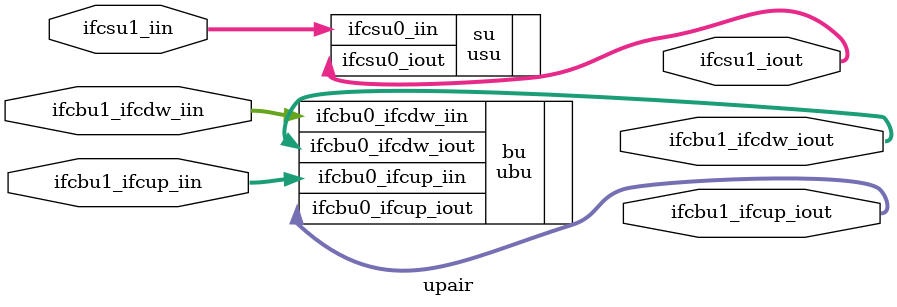
<source format=v>
`include "defines.v"

module upair(ifcbu1_ifcup_iin,
             ifcbu1_ifcup_iout,
             ifcbu1_ifcdw_iin,
             ifcbu1_ifcdw_iout,
             ifcsu1_iin,
             ifcsu1_iout);
// Location of source csl unit: file name = ar11.csl line number = 96
  input [16 - 1:0] ifcbu1_ifcup_iin;
  input [16 - 1:0] ifcbu1_ifcdw_iin;
  input [16 - 1:0] ifcsu1_iin;
  output [16 - 1:0] ifcbu1_ifcup_iout;
  output [16 - 1:0] ifcbu1_ifcdw_iout;
  output [16 - 1:0] ifcsu1_iout;
  usu su(.ifcsu0_iin(ifcsu1_iin),
         .ifcsu0_iout(ifcsu1_iout));
  ubu bu(.ifcbu0_ifcdw_iin(ifcbu1_ifcdw_iin),
         .ifcbu0_ifcdw_iout(ifcbu1_ifcdw_iout),
         .ifcbu0_ifcup_iin(ifcbu1_ifcup_iin),
         .ifcbu0_ifcup_iout(ifcbu1_ifcup_iout));
  `include "upair.logic.v"
endmodule


</source>
